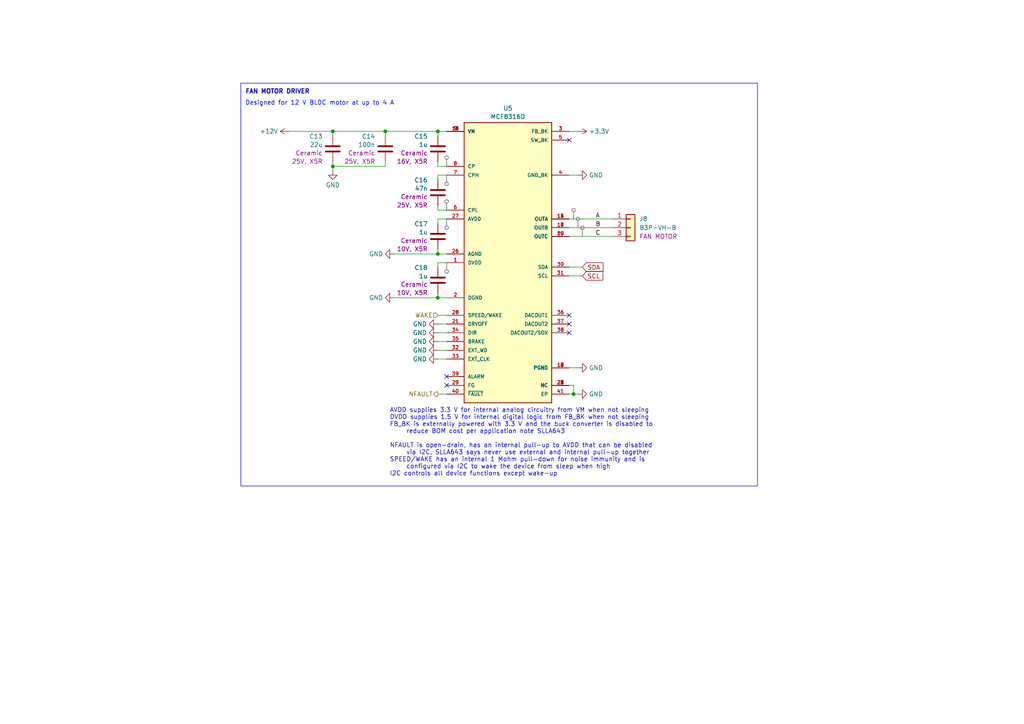
<source format=kicad_sch>
(kicad_sch (version 20231120) (generator "eeschema") (generator_version "8.0")
  (paper "A4")
  (title_block (title "Minuet Fan Motor Driver"))
  (lib_symbols
    (symbol "Connector_Generic:Conn_01x03" (pin_names (offset 1.016) hide)
      (property "Reference" "J" (at 0 5.08 0))
      (property "Value" "Conn_01x03" (at 0 -5.08 0))
      (symbol "Conn_01x03_1_1"
        (rectangle (start -1.27 -2.413) (end 0 -2.667) (stroke (width 0.1524)))
        (rectangle (start -1.27 0.127) (end 0 -0.127) (stroke (width 0.1524)))
        (rectangle (start -1.27 2.667) (end 0 2.413) (stroke (width 0.1524)))
        (rectangle (start -1.27 3.81) (end 1.27 -3.81) (stroke (width 0.254)) (fill (type background)))
        (pin passive line (at -5.08 2.54 0) (length 3.81) (name "Pin_1") (number "1"))
        (pin passive line (at -5.08 0 0) (length 3.81) (name "Pin_2") (number "2"))
        (pin passive line (at -5.08 -2.54 0) (length 3.81) (name "Pin_3") (number "3"))
      )
    )
    (symbol "Device:C" (pin_numbers hide) (pin_names (offset 0.254))
      (property "Reference" "C" (at 0.635 2.54 0))
      (property "Value" "C" (at 0.635 -2.54 0))
      (symbol "C_0_1"
        (polyline (pts (xy -2.032 -0.762) (xy 2.032 -0.762)) (stroke (width 0.508)))
        (polyline (pts (xy -2.032 0.762) (xy 2.032 0.762)) (stroke (width 0.508)))
      )
      (symbol "C_1_1"
        (pin passive line (at 0 3.81 270) (length 2.794) (name "~") (number "1"))
        (pin passive line (at 0 -3.81 90) (length 2.794) (name "~") (number "2"))
      )
    )
    (symbol "MCF8316D:MCF8316D" (pin_names (offset 1.016))
      (property "Reference" "U" (at -12.7 41.402 0))
      (property "Value" "MCF8316D" (at -12.7 -43.18 0))
      (symbol "MCF8316D_0_0"
        (rectangle (start -12.7 40.64) (end 12.7 -40.64) (stroke (width 0.254)) (fill (type background)))
        (pin power_in line (at -17.78 38.1 0) (length 5.08) (name "VM") (number "10"))
        (pin power_in line (at 17.78 -30.48 180) (length 5.08) (name "PGND") (number "12"))
        (pin power_in line (at 17.78 -30.48 180) (length 5.08) (name "PGND") (number "18"))
        (pin power_in line (at -17.78 -10.16 0) (length 5.08) (name "DGND") (number "2"))
        (pin input line (at -17.78 -17.78 0) (length 5.08) (name "DRVOFF") (number "21"))
        (pin input line (at -17.78 -15.24 0) (length 5.08) (name "SPEED/WAKE") (number "28"))
        (pin output line (at -17.78 -35.56 0) (length 5.08) (name "FG") (number "29"))
        (pin power_in line (at 17.78 38.1 180) (length 5.08) (name "FB_BK") (number "3"))
        (pin input line (at -17.78 -20.32 0) (length 5.08) (name "DIR") (number "34"))
        (pin input line (at -17.78 -22.86 0) (length 5.08) (name "BRAKE") (number "35"))
        (pin output line (at -17.78 -33.02 0) (length 5.08) (name "ALARM") (number "39"))
        (pin power_in line (at 17.78 25.4 180) (length 5.08) (name "GND_BK") (number "4"))
        (pin output line (at -17.78 -38.1 0) (length 5.08) (name "~{FAULT}") (number "40"))
        (pin power_in line (at 17.78 -38.1 180) (length 5.08) (name "EP") (number "41"))
        (pin power_in line (at -17.78 38.1 0) (length 5.08) (name "VM") (number "9"))
      )
      (symbol "MCF8316D_1_0"
        (pin power_out line (at -17.78 0 0) (length 5.08) (name "DVDD") (number "1"))
        (pin power_in line (at -17.78 38.1 0) (length 5.08) (name "VM") (number "11"))
        (pin power_out line (at 17.78 12.7 180) (length 5.08) (name "OUTA") (number "13"))
        (pin power_out line (at 17.78 12.7 180) (length 5.08) (name "OUTA") (number "14"))
        (pin power_in line (at 17.78 -30.48 180) (length 5.08) (name "PGND") (number "15"))
        (pin power_out line (at 17.78 10.16 180) (length 5.08) (name "OUTB") (number "16"))
        (pin power_out line (at 17.78 10.16 180) (length 5.08) (name "OUTB") (number "17"))
        (pin power_out line (at 17.78 7.62 180) (length 5.08) (name "OUTC") (number "19"))
        (pin power_out line (at 17.78 7.62 180) (length 5.08) (name "OUTC") (number "20"))
        (pin passive line (at 17.78 -35.56 180) (length 5.08) (name "NC") (number "22"))
        (pin passive line (at 17.78 -35.56 180) (length 5.08) (name "NC") (number "23"))
        (pin passive line (at 17.78 -35.56 180) (length 5.08) (name "NC") (number "24"))
        (pin passive line (at 17.78 -35.56 180) (length 5.08) (name "NC") (number "25"))
        (pin power_in line (at -17.78 2.54 0) (length 5.08) (name "AGND") (number "26"))
        (pin power_out line (at -17.78 12.7 0) (length 5.08) (name "AVDD") (number "27"))
        (pin bidirectional line (at 17.78 -1.27 180) (length 5.08) (name "SDA") (number "30"))
        (pin input line (at 17.78 -3.81 180) (length 5.08) (name "SCL") (number "31"))
        (pin input line (at -17.78 -25.4 0) (length 5.08) (name "EXT_WD") (number "32"))
        (pin input line (at -17.78 -27.94 0) (length 5.08) (name "EXT_CLK") (number "33"))
        (pin output line (at 17.78 -15.24 180) (length 5.08) (name "DACOUT1") (number "36"))
        (pin output line (at 17.78 -17.78 180) (length 5.08) (name "DACOUT2") (number "37"))
        (pin output line (at 17.78 -20.32 180) (length 5.08) (name "DACOUT2/SOX") (number "38"))
        (pin power_out line (at 17.78 35.56 180) (length 5.08) (name "SW_BK") (number "5"))
        (pin power_out line (at -17.78 15.24 0) (length 5.08) (name "CPL") (number "6"))
        (pin power_out line (at -17.78 25.4 0) (length 5.08) (name "CPH") (number "7"))
        (pin power_out line (at -17.78 27.94 0) (length 5.08) (name "CP") (number "8"))
      )
    )
    (symbol "power:+12V" (power) (pin_numbers hide) (pin_names (offset 0) hide)
      (property "Value" "+12V" (at 0 3.556 0))
      (symbol "+12V_0_1"
        (polyline (pts (xy -0.762 1.27) (xy 0 2.54)))
        (polyline (pts (xy 0 0) (xy 0 2.54)))
        (polyline (pts (xy 0 2.54) (xy 0.762 1.27)))
      )
      (symbol "+12V_1_1"
        (pin power_in line (at 0 0 90) (length 0) (name "~") (number "1"))
      )
    )
    (symbol "power:+3.3V" (power) (pin_numbers hide) (pin_names (offset 0) hide)
      (property "Value" "+3.3V" (at 0 3.556 0))
      (symbol "+3.3V_0_1"
        (polyline (pts (xy -0.762 1.27) (xy 0 2.54)))
        (polyline (pts (xy 0 0) (xy 0 2.54)))
        (polyline (pts (xy 0 2.54) (xy 0.762 1.27)))
      )
      (symbol "+3.3V_1_1"
        (pin power_in line (at 0 0 90) (length 0) (name "~") (number "1"))
      )
    )
    (symbol "power:GND" (power) (pin_numbers hide) (pin_names (offset 0) hide)
      (property "Value" "GND" (at 0 -3.81 0))
      (symbol "GND_0_1"
        (polyline (pts (xy 0 0) (xy 0 -1.27) (xy 1.27 -1.27) (xy 0 -2.54) (xy -1.27 -1.27) (xy 0 -1.27)))
      )
      (symbol "GND_1_1"
        (pin power_in line (at 0 0 270) (length 0) (name "~") (number "1"))
      )
    )
  )
  (junction (at 127 86.36))
  (junction (at 111.76 38.1))
  (junction (at 127 73.66))
  (junction (at 96.52 38.1))
  (junction (at 166.37 114.3))
  (junction (at 127 38.1))
  (junction (at 96.52 48.26))
  (no_connect (at 129.54 109.22))
  (no_connect (at 165.1 40.64))
  (no_connect (at 129.54 111.76))
  (no_connect (at 165.1 91.44))
  (no_connect (at 165.1 96.52))
  (no_connect (at 165.1 93.98))
  (wire (pts (xy 127 52.07) (xy 127 50.8)))
  (wire (pts (xy 127 64.77) (xy 127 63.5)))
  (wire (pts (xy 127 38.1) (xy 129.54 38.1)))
  (wire (pts (xy 127 99.06) (xy 129.54 99.06)))
  (wire (pts (xy 165.1 77.47) (xy 168.91 77.47)))
  (wire (pts (xy 127 39.37) (xy 127 38.1)))
  (wire (pts (xy 127 86.36) (xy 127 85.09)))
  (wire (pts (xy 127 38.1) (xy 111.76 38.1)))
  (wire (pts (xy 96.52 38.1) (xy 111.76 38.1)))
  (wire (pts (xy 114.3 73.66) (xy 127 73.66)))
  (wire (pts (xy 127 76.2) (xy 127 77.47)))
  (wire (pts (xy 165.1 106.68) (xy 167.64 106.68)))
  (wire (pts (xy 114.3 86.36) (xy 127 86.36)))
  (wire (pts (xy 165.1 80.01) (xy 168.91 80.01)))
  (wire (pts (xy 111.76 48.26) (xy 96.52 48.26)))
  (wire (pts (xy 165.1 50.8) (xy 167.64 50.8)))
  (wire (pts (xy 127 73.66) (xy 127 72.39)))
  (wire (pts (xy 111.76 46.99) (xy 111.76 48.26)))
  (wire (pts (xy 127 114.3) (xy 129.54 114.3)))
  (wire (pts (xy 83.82 38.1) (xy 96.52 38.1)))
  (wire (pts (xy 127 91.44) (xy 129.54 91.44)))
  (wire (pts (xy 127 101.6) (xy 129.54 101.6)))
  (wire (pts (xy 129.54 76.2) (xy 127 76.2)))
  (wire (pts (xy 166.37 114.3) (xy 167.64 114.3)))
  (wire (pts (xy 96.52 48.26) (xy 96.52 46.99)))
  (wire (pts (xy 96.52 39.37) (xy 96.52 38.1)))
  (wire (pts (xy 127 63.5) (xy 129.54 63.5)))
  (wire (pts (xy 165.1 114.3) (xy 166.37 114.3)))
  (wire (pts (xy 127 104.14) (xy 129.54 104.14)))
  (wire (pts (xy 111.76 38.1) (xy 111.76 39.37)))
  (wire (pts (xy 127 46.99) (xy 127 48.26)))
  (wire (pts (xy 165.1 38.1) (xy 167.64 38.1)))
  (wire (pts (xy 127 48.26) (xy 129.54 48.26)))
  (wire (pts (xy 127 96.52) (xy 129.54 96.52)))
  (wire (pts (xy 165.1 111.76) (xy 166.37 111.76)))
  (wire (pts (xy 127 73.66) (xy 129.54 73.66)))
  (wire (pts (xy 127 50.8) (xy 129.54 50.8)))
  (wire (pts (xy 165.1 66.04) (xy 177.8 66.04)))
  (wire (pts (xy 129.54 86.36) (xy 127 86.36)))
  (wire (pts (xy 165.1 63.5) (xy 177.8 63.5)))
  (wire (pts (xy 127 60.96) (xy 129.54 60.96)))
  (wire (pts (xy 166.37 111.76) (xy 166.37 114.3)))
  (wire (pts (xy 127 59.69) (xy 127 60.96)))
  (wire (pts (xy 96.52 48.26) (xy 96.52 49.53)))
  (wire (pts (xy 127 93.98) (xy 129.54 93.98)))
  (wire (pts (xy 165.1 68.58) (xy 177.8 68.58)))
  (rectangle (start 69.85 24.13) (end 219.71 140.97))
  (text "FAN MOTOR DRIVER" (at 71.12 26.67 0) (effects (font (size 1.27 1.27) (thickness 0.254) (bold yes)) (justify left)))
  (text "Designed for 12 V BLDC motor at up to 4 A" (at 71.12 29.21 0) (effects (font (size 1.27 1.27)) (justify left top)))
  (text "AVDD supplies 3.3 V for internal analog circuitry from VM when not sleeping\nDVDD supplies 1.5 V for internal digital logic from FB_BK when not sleeping\nFB_BK is externally powered with 3.3 V and the buck converter is disabled to\n	reduce BOM cost per application note SLLA643\n\nNFAULT is open-drain, has an internal pull-up to AVDD that can be disabled\n	via I2C, SLLA643 says never use external and internal pull-up together\nSPEED/WAKE has an internal 1 Mohm pull-down for noise immunity and is\n	configured via I2C to wake the device from sleep when high\nI2C controls all device functions except wake-up" (at 113.03 128.27 0) (effects (font (size 1.27 1.27)) (justify left)))
  (label "C" (at 172.72 68.58 0))
  (label "B" (at 172.72 66.04 0))
  (label "A" (at 172.72 63.5 0))
  (global_label "SDA" (shape input) (at 168.91 77.47 0) (property "Intersheetrefs" "${INTERSHEET_REFS}" (effects (hide yes))))
  (global_label "SCL" (shape input) (at 168.91 80.01 0) (property "Intersheetrefs" "${INTERSHEET_REFS}" (effects (hide yes))))
  (hierarchical_label "NFAULT" (shape output) (at 127 114.3 180))
  (hierarchical_label "WAKE" (shape input) (at 127 91.44 180))
  (netclass_flag "" (length 2.54) (shape round) (at 168.91 68.58 0) (property "Netclass" "Power-4A" (effects (hide yes))))
  (netclass_flag "" (length 2.54) (shape round) (at 166.37 63.5 0) (property "Netclass" "Power-4A" (effects (hide yes))))
  (netclass_flag "" (length 2.54) (shape round) (at 129.54 63.5 180) (property "Netclass" "Power" (effects (hide yes))))
  (netclass_flag "" (length 2.54) (shape round) (at 167.64 66.04 0) (property "Netclass" "Power-4A" (effects (hide yes))))
  (netclass_flag "" (length 2.54) (shape round) (at 129.54 50.8 180) (property "Netclass" "Power" (effects (hide yes))))
  (netclass_flag "" (length 2.54) (shape round) (at 129.54 60.96 0) (property "Netclass" "Power" (effects (hide yes))))
  (netclass_flag "" (length 2.54) (shape round) (at 129.54 76.2 180) (property "Netclass" "Power" (effects (hide yes))))
  (netclass_flag "" (length 2.54) (shape round) (at 129.54 48.26 0) (property "Netclass" "Power" (effects (hide yes))))
  (symbol (lib_id "power:+3.3V") (at 167.64 38.1 270) (mirror x) (unit 1)
    (property "Reference" "#PWR046" (effects (hide yes)))
    (property "Value" "+3.3V" (at 170.815 38.1 90) (effects (justify left)))
    (property "Description" "Power symbol creates a global label with name \"+3.3V\"" (effects (hide yes)))
  )
  (symbol (lib_id "power:GND") (at 127 93.98 270) (unit 1)
    (property "Reference" "#PWR051" (effects (hide yes)))
    (property "Value" "GND" (at 123.8251 93.98 90) (effects (justify right)))
    (property "Description" "Power symbol creates a global label with name \"GND\" , ground" (effects (hide yes)))
  )
  (symbol (lib_id "Device:C") (at 127 43.18 0) (mirror y) (unit 1)
    (property "Reference" "C15" (at 124.079 39.5435 0) (effects (justify left)))
    (property "Value" "1u" (at 124.079 41.9678 0) (effects (justify left)))
    (property "Footprint" "Capacitor_SMD:C_0603_1608Metric" (effects (hide yes)))
    (property "Description" "Unpolarized capacitor" (effects (hide yes)))
    (property "Type" "Ceramic" (at 124.079 44.3921 0) (effects (justify left)))
    (property "Rating" "16V, X5R" (at 124.079 46.8164 0) (effects (justify left)))
  )
  (symbol (lib_id "Device:C") (at 111.76 43.18 0) (unit 1)
    (property "Reference" "C14" (at 108.839 39.5435 0) (effects (justify right)))
    (property "Value" "100n" (at 108.839 41.9678 0) (effects (justify right)))
    (property "Footprint" "Capacitor_SMD:C_0603_1608Metric" (effects (hide yes)))
    (property "Description" "Unpolarized capacitor" (effects (hide yes)))
    (property "Type" "Ceramic" (at 108.839 44.3921 0) (effects (justify right)))
    (property "Rating" "25V, X5R" (at 108.839 46.8164 0) (effects (justify right)))
  )
  (symbol (lib_id "Device:C") (at 127 68.58 0) (unit 1)
    (property "Reference" "C17" (at 124.079 64.9435 0) (effects (justify right)))
    (property "Value" "1u" (at 124.079 67.3678 0) (effects (justify right)))
    (property "Footprint" "Capacitor_SMD:C_0603_1608Metric" (effects (hide yes)))
    (property "Description" "Unpolarized capacitor" (effects (hide yes)))
    (property "Type" "Ceramic" (at 124.079 69.7921 0) (effects (justify right)))
    (property "Rating" "10V, X5R" (at 124.079 72.2164 0) (effects (justify right)))
  )
  (symbol (lib_id "power:GND") (at 127 99.06 270) (unit 1)
    (property "Reference" "#PWR053" (effects (hide yes)))
    (property "Value" "GND" (at 123.8251 99.06 90) (effects (justify right)))
    (property "Description" "Power symbol creates a global label with name \"GND\" , ground" (effects (hide yes)))
  )
  (symbol (lib_id "power:+12V") (at 83.82 38.1 90) (unit 1)
    (property "Reference" "#PWR045" (effects (hide yes)))
    (property "Value" "+12V" (at 80.645 38.1 90) (effects (justify left)))
    (property "Description" "Power symbol creates a global label with name \"+12V\"" (effects (hide yes)))
  )
  (symbol (lib_id "MCF8316D:MCF8316D") (at 147.32 76.2 0) (unit 1)
    (property "Reference" "U5" (at 147.32 31.4155 0))
    (property "Value" "MCF8316D" (at 147.32 33.8398 0))
    (property "Footprint" "MCF8316D:MCF8316D" (effects (hide yes)))
    (property "Datasheet" "https://www.ti.com/lit/ds/symlink/mcf8316d.pdf" (effects (hide yes)))
    (property "MF" "Texas Instruments" (effects (hide yes)))
    (property "MAXIMUM_PACKAGE_HEIGHT" "0.8mm" (effects (hide yes)))
    (property "Package" "None" (effects (hide yes)))
    (property "Price" "None" (effects (hide yes)))
    (property "PARTREV" "May 2025" (effects (hide yes)))
    (property "MP" "MCF8316DVRGFR" (effects (hide yes)))
    (property "Description_1" "Sensorless Field Oriented Control (FOC) Integrated FET BLDC Driver" (effects (hide yes)))
    (property "MANUFACTURER" "Texas Instruments" (effects (hide yes)))
  )
  (symbol (lib_id "Connector_Generic:Conn_01x03") (at 182.88 66.04 0) (unit 1)
    (property "Reference" "J8" (at 185.42 63.5 0) (effects (justify left)))
    (property "Value" "B3P-VH-B" (at 185.42 66.04 0) (effects (justify left)))
    (property "Footprint" "Connector_JST:JST_VH_B3P-VH-B_1x03_P3.96mm_Vertical" (effects (hide yes)))
    (property "Description" "Generic connector, single row, 01x03, script generated (kicad-library-utils/schlib/autogen/connector/)" (effects (hide yes)))
    (property "Label" "FAN MOTOR" (at 185.42 68.58 0) (effects (justify left)))
    (property "LCSC" "C265360" (effects (hide yes)))
  )
  (symbol (lib_id "power:GND") (at 127 104.14 270) (unit 1)
    (property "Reference" "#PWR055" (effects (hide yes)))
    (property "Value" "GND" (at 123.8251 104.14 90) (effects (justify right)))
    (property "Description" "Power symbol creates a global label with name \"GND\" , ground" (effects (hide yes)))
  )
  (symbol (lib_id "Device:C") (at 127 81.28 0) (unit 1)
    (property "Reference" "C18" (at 124.079 77.6435 0) (effects (justify right)))
    (property "Value" "1u" (at 124.079 80.0678 0) (effects (justify right)))
    (property "Footprint" "Capacitor_SMD:C_0603_1608Metric" (effects (hide yes)))
    (property "Description" "Unpolarized capacitor" (effects (hide yes)))
    (property "Type" "Ceramic" (at 124.079 82.4921 0) (effects (justify right)))
    (property "Rating" "10V, X5R" (at 124.079 84.9164 0) (effects (justify right)))
  )
  (symbol (lib_id "power:GND") (at 114.3 86.36 270) (unit 1)
    (property "Reference" "#PWR050" (effects (hide yes)))
    (property "Value" "GND" (at 111.1251 86.36 90) (effects (justify right)))
    (property "Description" "Power symbol creates a global label with name \"GND\" , ground" (effects (hide yes)))
  )
  (symbol (lib_id "power:GND") (at 96.52 49.53 0) (unit 1)
    (property "Reference" "#PWR047" (effects (hide yes)))
    (property "Value" "GND" (at 96.52 53.6631 0))
    (property "Description" "Power symbol creates a global label with name \"GND\" , ground" (effects (hide yes)))
  )
  (symbol (lib_id "power:GND") (at 167.64 106.68 90) (unit 1)
    (property "Reference" "#PWR056" (effects (hide yes)))
    (property "Value" "GND" (at 170.815 106.68 90) (effects (justify right)))
    (property "Description" "Power symbol creates a global label with name \"GND\" , ground" (effects (hide yes)))
  )
  (symbol (lib_id "Device:C") (at 96.52 43.18 0) (unit 1)
    (property "Reference" "C13" (at 93.599 39.5435 0) (effects (justify right)))
    (property "Value" "22u" (at 93.599 41.9678 0) (effects (justify right)))
    (property "Footprint" "Capacitor_SMD:C_0805_2012Metric" (effects (hide yes)))
    (property "Description" "Unpolarized capacitor" (effects (hide yes)))
    (property "Type" "Ceramic" (at 93.599 44.3921 0) (effects (justify right)))
    (property "Rating" "25V, X5R" (at 93.599 46.8164 0) (effects (justify right)))
  )
  (symbol (lib_id "power:GND") (at 127 101.6 270) (unit 1)
    (property "Reference" "#PWR054" (effects (hide yes)))
    (property "Value" "GND" (at 123.8251 101.6 90) (effects (justify right)))
    (property "Description" "Power symbol creates a global label with name \"GND\" , ground" (effects (hide yes)))
  )
  (symbol (lib_id "Device:C") (at 127 55.88 0) (unit 1)
    (property "Reference" "C16" (at 124.079 52.2435 0) (effects (justify right)))
    (property "Value" "47n" (at 124.079 54.6678 0) (effects (justify right)))
    (property "Footprint" "Capacitor_SMD:C_0603_1608Metric" (effects (hide yes)))
    (property "Description" "Unpolarized capacitor" (effects (hide yes)))
    (property "Type" "Ceramic" (at 124.079 57.0921 0) (effects (justify right)))
    (property "Rating" "25V, X5R" (at 124.079 59.5164 0) (effects (justify right)))
  )
  (symbol (lib_id "power:GND") (at 167.64 114.3 90) (unit 1)
    (property "Reference" "#PWR057" (effects (hide yes)))
    (property "Value" "GND" (at 170.815 114.3 90) (effects (justify right)))
    (property "Description" "Power symbol creates a global label with name \"GND\" , ground" (effects (hide yes)))
  )
  (symbol (lib_id "power:GND") (at 114.3 73.66 270) (unit 1)
    (property "Reference" "#PWR049" (effects (hide yes)))
    (property "Value" "GND" (at 111.1251 73.66 90) (effects (justify right)))
    (property "Description" "Power symbol creates a global label with name \"GND\" , ground" (effects (hide yes)))
  )
  (symbol (lib_id "power:GND") (at 167.64 50.8 90) (unit 1)
    (property "Reference" "#PWR048" (effects (hide yes)))
    (property "Value" "GND" (at 170.815 50.8 90) (effects (justify right)))
    (property "Description" "Power symbol creates a global label with name \"GND\" , ground" (effects (hide yes)))
  )
  (symbol (lib_id "power:GND") (at 127 96.52 270) (unit 1)
    (property "Reference" "#PWR052" (effects (hide yes)))
    (property "Value" "GND" (at 123.8251 96.52 90) (effects (justify right)))
    (property "Description" "Power symbol creates a global label with name \"GND\" , ground" (effects (hide yes)))
  )
)
</source>
